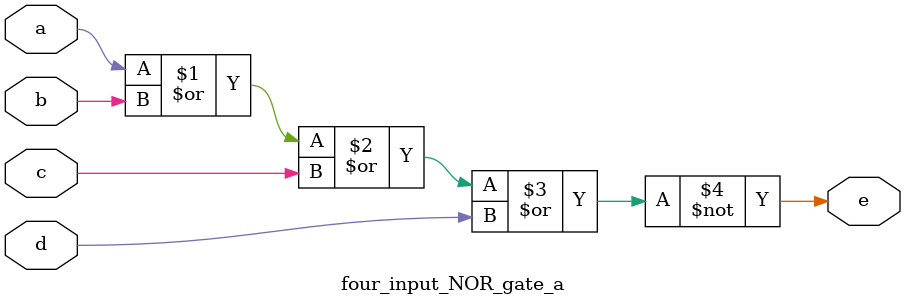
<source format=v>
`timescale 1ns / 1ps

module four_input_NOR_gate_a(
    input a, b, c, d,
    output e
    );
    
    assign e = ~(a | b | c | d);
        
endmodule
</source>
